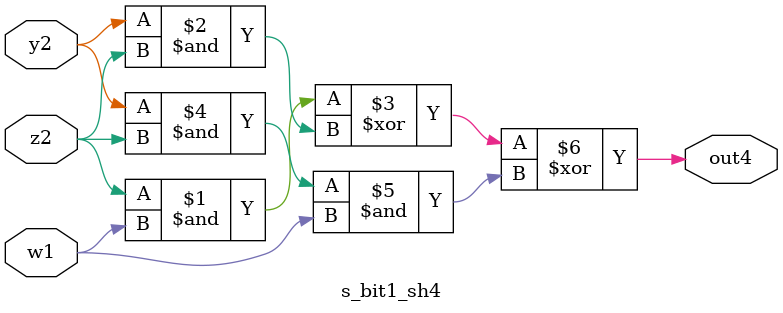
<source format=sv>
module s_bit1_sh4 (
  y2,
  w1,
  z2,
  out4
);

    input wire y2;
    input wire w1;
    input wire z2;

    output wire out4;

    assign out4 = z2 & w1 ^ y2 & z2 ^ y2 & z2 & w1 ;

endmodule

</source>
